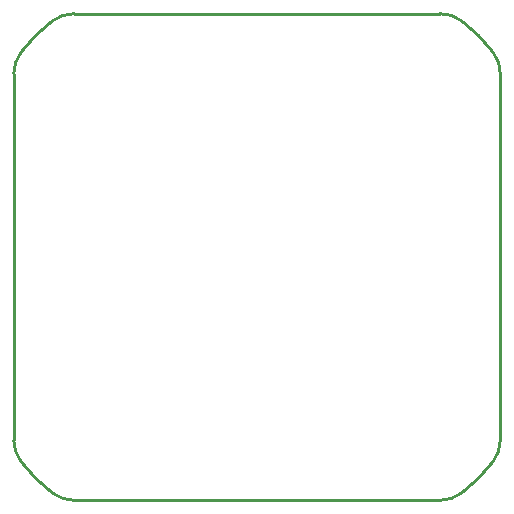
<source format=gko>
G04*
G04 #@! TF.GenerationSoftware,Altium Limited,Altium Designer,23.8.1 (32)*
G04*
G04 Layer_Color=16711935*
%FSLAX44Y44*%
%MOMM*%
G71*
G04*
G04 #@! TF.SameCoordinates,63047707-2AD3-47D3-9D9A-8CE44674FD2A*
G04*
G04*
G04 #@! TF.FilePolarity,Positive*
G04*
G01*
G75*
%ADD10C,0.2540*%
D10*
X199925Y-173157D02*
G03*
X206000Y-155058I-23925J18099D01*
G01*
X-173157Y-199925D02*
G03*
X-155058Y-206000I18099J23925D01*
G01*
X173157Y199925D02*
G03*
X155058Y206000I-18099J-23925D01*
G01*
X-199925Y173157D02*
G03*
X-206000Y155058I23925J-18099D01*
G01*
X155058Y-206000D02*
G03*
X173157Y-199925I0J30000D01*
G01*
X206000Y155058D02*
G03*
X199925Y173157I-30000J0D01*
G01*
X-206000Y-155058D02*
G03*
X-199925Y-173157I30000J0D01*
G01*
X-155058Y206000D02*
G03*
X-173157Y199925I0J-30000D01*
G01*
X173157Y-199925D02*
G03*
X199925Y-173157I-83157J109925D01*
G01*
X199925Y173157D02*
G03*
X173157Y199925I-109925J-83157D01*
G01*
X-199925Y-173157D02*
G03*
X-173157Y-199925I109925J83157D01*
G01*
X-173157Y199925D02*
G03*
X-199925Y173157I83157J-109925D01*
G01*
X-155058Y206000D02*
X155058D01*
X206030Y-154810D02*
Y155306D01*
X-154520Y-205752D02*
X155595D01*
X-205970Y-154810D02*
Y155306D01*
M02*

</source>
